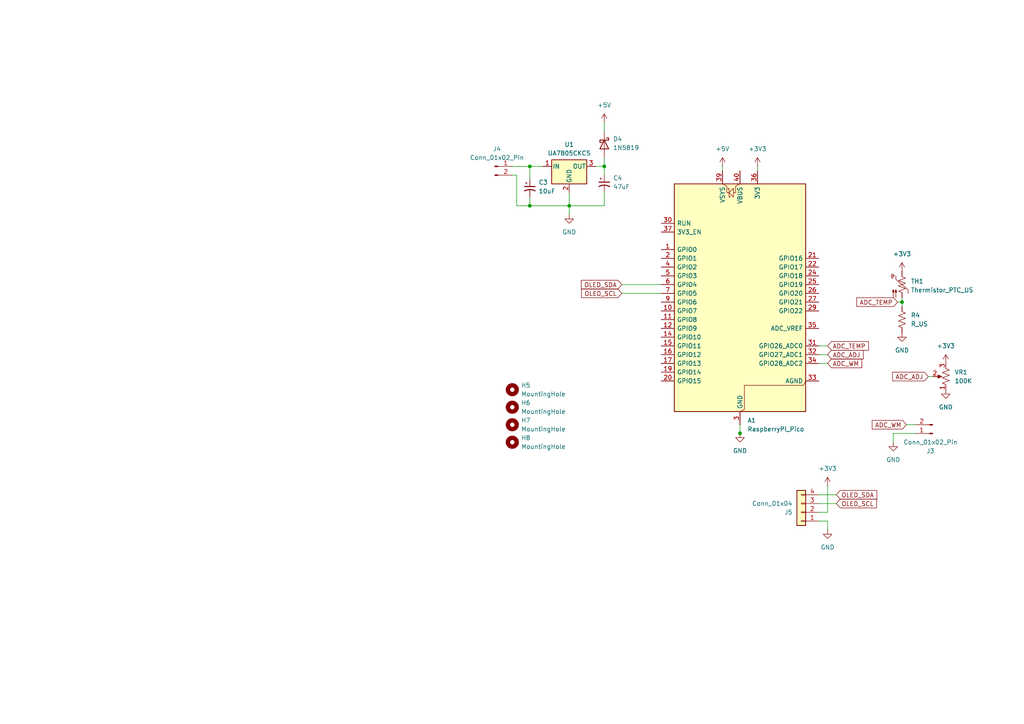
<source format=kicad_sch>
(kicad_sch (version 20250114) (generator "eeschema") (generator_version "9.0")
  (paper "A4")
  (lib_symbols
    (symbol "Connector:Conn_01x02_Pin" (pin_names (offset 1.016) (hide yes))
      (property "Reference" "J" (at 0 2.54 0))
      (property "Value" "Conn_01x02_Pin" (at 0 -5.08 0))
      (symbol "Conn_01x02_Pin_1_1"
        (rectangle (start 0.8636 0.127) (end 0 -0.127) (stroke (width 0.1524)) (fill (type outline)))
        (rectangle (start 0.8636 -2.413) (end 0 -2.667) (stroke (width 0.1524)) (fill (type outline)))
        (polyline (pts (xy 1.27 0) (xy 0.8636 0)) (stroke (width 0.1524)))
        (polyline (pts (xy 1.27 -2.54) (xy 0.8636 -2.54)) (stroke (width 0.1524)))
        (pin passive line (at 5.08 0 180) (length 3.81) (name "Pin_1") (number "1"))
        (pin passive line (at 5.08 -2.54 180) (length 3.81) (name "Pin_2") (number "2"))
      )
    )
    (symbol "Connector_Generic:Conn_01x04" (pin_names (offset 1.016) (hide yes))
      (property "Reference" "J" (at 0 5.08 0))
      (property "Value" "Conn_01x04" (at 0 -7.62 0))
      (symbol "Conn_01x04_1_1"
        (rectangle (start -1.27 3.81) (end 1.27 -6.35) (stroke (width 0.254)) (fill (type background)))
        (rectangle (start -1.27 2.667) (end 0 2.413) (stroke (width 0.1524)))
        (rectangle (start -1.27 0.127) (end 0 -0.127) (stroke (width 0.1524)))
        (rectangle (start -1.27 -2.413) (end 0 -2.667) (stroke (width 0.1524)))
        (rectangle (start -1.27 -4.953) (end 0 -5.207) (stroke (width 0.1524)))
        (pin passive line (at -5.08 2.54 0) (length 3.81) (name "Pin_1") (number "1"))
        (pin passive line (at -5.08 0 0) (length 3.81) (name "Pin_2") (number "2"))
        (pin passive line (at -5.08 -2.54 0) (length 3.81) (name "Pin_3") (number "3"))
        (pin passive line (at -5.08 -5.08 0) (length 3.81) (name "Pin_4") (number "4"))
      )
    )
    (symbol "Device:C_Polarized_Small_US" (pin_numbers (hide yes)) (pin_names (offset 0.254) (hide yes))
      (property "Reference" "C" (at 0.254 1.778 0))
      (property "Value" "C_Polarized_Small_US" (at 0.254 -2.032 0))
      (symbol "C_Polarized_Small_US_0_1"
        (polyline (pts (xy -1.524 0.508) (xy 1.524 0.508)) (stroke (width 0.3048)))
        (polyline (pts (xy -1.27 1.524) (xy -0.762 1.524)))
        (polyline (pts (xy -1.016 1.27) (xy -1.016 1.778)))
        (arc (start -1.524 -0.762) (mid 0 -0.3734) (end 1.524 -0.762) (stroke (width 0.3048)))
      )
      (symbol "C_Polarized_Small_US_1_1"
        (pin passive line (at 0 2.54 270) (length 2.032) (name "~") (number "1"))
        (pin passive line (at 0 -2.54 90) (length 2.032) (name "~") (number "2"))
      )
    )
    (symbol "Device:D_Schottky" (pin_numbers (hide yes)) (pin_names (offset 1.016) (hide yes))
      (property "Reference" "D" (at 0 2.54 0))
      (property "Value" "D_Schottky" (at 0 -2.54 0))
      (symbol "D_Schottky_0_1"
        (polyline (pts (xy -1.905 0.635) (xy -1.905 1.27) (xy -1.27 1.27) (xy -1.27 -1.27) (xy -0.635 -1.27) (xy -0.635 -0.635)) (stroke (width 0.254)))
        (polyline (pts (xy 1.27 1.27) (xy 1.27 -1.27) (xy -1.27 0) (xy 1.27 1.27)) (stroke (width 0.254)))
        (polyline (pts (xy 1.27 0) (xy -1.27 0)))
      )
      (symbol "D_Schottky_1_1"
        (pin passive line (at -3.81 0 0) (length 2.54) (name "K") (number "1"))
        (pin passive line (at 3.81 0 180) (length 2.54) (name "A") (number "2"))
      )
    )
    (symbol "Device:R_Potentiometer_US" (pin_names (offset 1.016) (hide yes))
      (property "Reference" "RV" (at -4.445 0 90))
      (property "Value" "R_Potentiometer_US" (at -2.54 0 90))
      (symbol "R_Potentiometer_US_0_1"
        (polyline (pts (xy 0 2.54) (xy 0 2.286)))
        (polyline (pts (xy 0 2.286) (xy 1.016 1.905) (xy 0 1.524) (xy -1.016 1.143) (xy 0 0.762)))
        (polyline (pts (xy 0 0.762) (xy 1.016 0.381) (xy 0 0) (xy -1.016 -0.381) (xy 0 -0.762)))
        (polyline (pts (xy 0 -0.762) (xy 1.016 -1.143) (xy 0 -1.524) (xy -1.016 -1.905) (xy 0 -2.286)))
        (polyline (pts (xy 0 -2.286) (xy 0 -2.54)))
        (polyline (pts (xy 1.143 0) (xy 2.286 0.508) (xy 2.286 -0.508) (xy 1.143 0)) (fill (type outline)))
        (polyline (pts (xy 2.54 0) (xy 1.524 0)))
      )
      (symbol "R_Potentiometer_US_1_1"
        (pin passive line (at 0 3.81 270) (length 1.27) (name "1") (number "1"))
        (pin passive line (at 0 -3.81 90) (length 1.27) (name "3") (number "3"))
        (pin passive line (at 3.81 0 180) (length 1.27) (name "2") (number "2"))
      )
    )
    (symbol "Device:R_US" (pin_numbers (hide yes)) (pin_names (offset 0))
      (property "Reference" "R" (at 2.54 0 90))
      (property "Value" "R_US" (at -2.54 0 90))
      (symbol "R_US_0_1"
        (polyline (pts (xy 0 2.286) (xy 0 2.54)))
        (polyline (pts (xy 0 2.286) (xy 1.016 1.905) (xy 0 1.524) (xy -1.016 1.143) (xy 0 0.762)))
        (polyline (pts (xy 0 0.762) (xy 1.016 0.381) (xy 0 0) (xy -1.016 -0.381) (xy 0 -0.762)))
        (polyline (pts (xy 0 -0.762) (xy 1.016 -1.143) (xy 0 -1.524) (xy -1.016 -1.905) (xy 0 -2.286)))
        (polyline (pts (xy 0 -2.286) (xy 0 -2.54)))
      )
      (symbol "R_US_1_1"
        (pin passive line (at 0 3.81 270) (length 1.27) (name "~") (number "1"))
        (pin passive line (at 0 -3.81 90) (length 1.27) (name "~") (number "2"))
      )
    )
    (symbol "Device:Thermistor_PTC_US" (pin_numbers (hide yes)) (pin_names (offset 0))
      (property "Reference" "TH" (at -4.064 0 90))
      (property "Value" "Thermistor_PTC_US" (at 3.048 0 90))
      (symbol "Thermistor_PTC_US_0_1"
        (arc (start -3.175 2.413) (mid -3.0506 2.3165) (end -3.048 2.159))
        (arc (start -3.048 2.794) (mid -2.9736 2.9736) (end -2.794 3.048))
        (arc (start -2.794 3.048) (mid -2.6144 2.9736) (end -2.54 2.794))
        (arc (start -2.794 2.54) (mid -2.9736 2.6144) (end -3.048 2.794))
        (arc (start -2.794 1.905) (mid -2.9736 1.9794) (end -3.048 2.159))
        (arc (start -2.54 2.159) (mid -2.6144 1.9794) (end -2.794 1.905))
        (arc (start -2.159 2.794) (mid -2.434 2.5608) (end -2.794 2.54))
        (polyline (pts (xy -2.54 2.159) (xy -2.54 2.794)))
        (polyline (pts (xy -2.54 -3.683) (xy -2.54 -1.397) (xy -2.794 -2.159) (xy -2.286 -2.159) (xy -2.54 -1.397) (xy -2.54 -1.651)) (fill (type outline)))
        (polyline (pts (xy -1.778 2.54) (xy -1.778 1.524) (xy 1.778 -1.524) (xy 1.778 -2.54)))
        (polyline (pts (xy -1.778 -3.683) (xy -1.778 -1.397) (xy -2.032 -2.159) (xy -1.524 -2.159) (xy -1.778 -1.397) (xy -1.778 -1.651)) (fill (type outline)))
        (polyline (pts (xy 0 2.286) (xy 0 2.54)))
        (polyline (pts (xy 0 2.286) (xy 1.016 1.905) (xy 0 1.524) (xy -1.016 1.143) (xy 0 0.762)))
        (polyline (pts (xy 0 0.762) (xy 1.016 0.381) (xy 0 0) (xy -1.016 -0.381) (xy 0 -0.762)))
        (polyline (pts (xy 0 -0.762) (xy 1.016 -1.143) (xy 0 -1.524) (xy -1.016 -1.905) (xy 0 -2.286)))
        (polyline (pts (xy 0 -2.286) (xy 0 -2.54)))
      )
      (symbol "Thermistor_PTC_US_1_1"
        (pin passive line (at 0 3.81 270) (length 1.27) (name "~") (number "1"))
        (pin passive line (at 0 -3.81 90) (length 1.27) (name "~") (number "2"))
      )
    )
    (symbol "MCU_Module:RaspberryPi_Pico" (pin_names (offset 0.762))
      (property "Reference" "A" (at -19.05 35.56 0))
      (property "Value" "RaspberryPi_Pico" (at 7.62 35.56 0))
      (symbol "RaspberryPi_Pico_0_1"
        (rectangle (start -19.05 34.29) (end 19.05 -31.75) (stroke (width 0.254)) (fill (type background)))
        (polyline (pts (xy -5.08 34.29) (xy -3.81 33.655) (xy -3.81 31.75) (xy -3.175 31.75)))
        (polyline (pts (xy -3.429 32.766) (xy -3.429 33.02) (xy -3.175 33.02) (xy -3.175 30.48) (xy -2.921 30.48) (xy -2.921 30.734)))
        (polyline (pts (xy -3.175 31.75) (xy -1.905 33.02) (xy -1.905 30.48) (xy -3.175 31.75)))
        (polyline (pts (xy 0 34.29) (xy -1.27 33.655) (xy -1.27 31.75) (xy -1.905 31.75)))
        (polyline (pts (xy 0 -31.75) (xy 1.27 -31.115) (xy 1.27 -24.13) (xy 18.415 -24.13) (xy 19.05 -22.86)))
      )
      (symbol "RaspberryPi_Pico_1_1"
        (pin passive line (at -22.86 22.86 0) (length 3.81) (name "RUN") (number "30"))
        (pin passive line (at -22.86 20.32 0) (length 3.81) (name "3V3_EN") (number "37"))
        (pin bidirectional line (at -22.86 15.24 0) (length 3.81) (name "GPIO0") (number "1"))
        (pin bidirectional line (at -22.86 12.7 0) (length 3.81) (name "GPIO1") (number "2"))
        (pin bidirectional line (at -22.86 10.16 0) (length 3.81) (name "GPIO2") (number "4"))
        (pin bidirectional line (at -22.86 7.62 0) (length 3.81) (name "GPIO3") (number "5"))
        (pin bidirectional line (at -22.86 5.08 0) (length 3.81) (name "GPIO4") (number "6"))
        (pin bidirectional line (at -22.86 2.54 0) (length 3.81) (name "GPIO5") (number "7"))
        (pin bidirectional line (at -22.86 0 0) (length 3.81) (name "GPIO6") (number "9"))
        (pin bidirectional line (at -22.86 -2.54 0) (length 3.81) (name "GPIO7") (number "10"))
        (pin bidirectional line (at -22.86 -5.08 0) (length 3.81) (name "GPIO8") (number "11"))
        (pin bidirectional line (at -22.86 -7.62 0) (length 3.81) (name "GPIO9") (number "12"))
        (pin bidirectional line (at -22.86 -10.16 0) (length 3.81) (name "GPIO10") (number "14"))
        (pin bidirectional line (at -22.86 -12.7 0) (length 3.81) (name "GPIO11") (number "15"))
        (pin bidirectional line (at -22.86 -15.24 0) (length 3.81) (name "GPIO12") (number "16"))
        (pin bidirectional line (at -22.86 -17.78 0) (length 3.81) (name "GPIO13") (number "17"))
        (pin bidirectional line (at -22.86 -20.32 0) (length 3.81) (name "GPIO14") (number "19"))
        (pin bidirectional line (at -22.86 -22.86 0) (length 3.81) (name "GPIO15") (number "20"))
        (pin power_in line (at -5.08 38.1 270) (length 3.81) (name "VSYS") (number "39"))
        (pin power_out line (at 0 38.1 270) (length 3.81) (name "VBUS") (number "40"))
        (pin passive line (at 0 -35.56 90) (length 3.81) (hide yes) (name "GND") (number "13"))
        (pin passive line (at 0 -35.56 90) (length 3.81) (hide yes) (name "GND") (number "18"))
        (pin passive line (at 0 -35.56 90) (length 3.81) (hide yes) (name "GND") (number "23"))
        (pin passive line (at 0 -35.56 90) (length 3.81) (hide yes) (name "GND") (number "28"))
        (pin power_out line (at 0 -35.56 90) (length 3.81) (name "GND") (number "3"))
        (pin passive line (at 0 -35.56 90) (length 3.81) (hide yes) (name "GND") (number "38"))
        (pin passive line (at 0 -35.56 90) (length 3.81) (hide yes) (name "GND") (number "8"))
        (pin power_out line (at 5.08 38.1 270) (length 3.81) (name "3V3") (number "36"))
        (pin bidirectional line (at 22.86 12.7 180) (length 3.81) (name "GPIO16") (number "21"))
        (pin bidirectional line (at 22.86 10.16 180) (length 3.81) (name "GPIO17") (number "22"))
        (pin bidirectional line (at 22.86 7.62 180) (length 3.81) (name "GPIO18") (number "24"))
        (pin bidirectional line (at 22.86 5.08 180) (length 3.81) (name "GPIO19") (number "25"))
        (pin bidirectional line (at 22.86 2.54 180) (length 3.81) (name "GPIO20") (number "26"))
        (pin bidirectional line (at 22.86 0 180) (length 3.81) (name "GPIO21") (number "27"))
        (pin bidirectional line (at 22.86 -2.54 180) (length 3.81) (name "GPIO22") (number "29"))
        (pin power_in line (at 22.86 -7.62 180) (length 3.81) (name "ADC_VREF") (number "35"))
        (pin bidirectional line (at 22.86 -12.7 180) (length 3.81) (name "GPIO26_ADC0") (number "31"))
        (pin bidirectional line (at 22.86 -15.24 180) (length 3.81) (name "GPIO27_ADC1") (number "32"))
        (pin bidirectional line (at 22.86 -17.78 180) (length 3.81) (name "GPIO28_ADC2") (number "34"))
        (pin power_out line (at 22.86 -22.86 180) (length 3.81) (name "AGND") (number "33"))
      )
    )
    (symbol "Mechanical:MountingHole" (pin_names (offset 1.016)) (exclude_from_sim yes) (in_bom no)
      (property "Reference" "H" (at 0 5.08 0))
      (property "Value" "MountingHole" (at 0 3.175 0))
      (symbol "MountingHole_0_1"
        (circle (center 0 0) (radius 1.27) (stroke (width 1.27)))
      )
    )
    (symbol "Regulator_Linear:L7805" (pin_names (offset 0.254))
      (property "Reference" "U" (at -3.81 3.175 0))
      (property "Value" "L7805" (at 0 3.175 0))
      (symbol "L7805_0_1"
        (rectangle (start -5.08 1.905) (end 5.08 -5.08) (stroke (width 0.254)) (fill (type background)))
      )
      (symbol "L7805_1_1"
        (pin power_in line (at -7.62 0 0) (length 2.54) (name "IN") (number "1"))
        (pin power_in line (at 0 -7.62 90) (length 2.54) (name "GND") (number "2"))
        (pin power_out line (at 7.62 0 180) (length 2.54) (name "OUT") (number "3"))
      )
    )
    (symbol "power:+3V3" (power) (pin_numbers (hide yes)) (pin_names (offset 0) (hide yes))
      (property "Value" "+3V3" (at 0 3.556 0))
      (symbol "+3V3_0_1"
        (polyline (pts (xy -0.762 1.27) (xy 0 2.54)))
        (polyline (pts (xy 0 2.54) (xy 0.762 1.27)))
        (polyline (pts (xy 0 0) (xy 0 2.54)))
      )
      (symbol "+3V3_1_1"
        (pin power_in line (at 0 0 90) (length 0) (name "~") (number "1"))
      )
    )
    (symbol "power:+5V" (power) (pin_numbers (hide yes)) (pin_names (offset 0) (hide yes))
      (property "Value" "+5V" (at 0 3.556 0))
      (symbol "+5V_0_1"
        (polyline (pts (xy -0.762 1.27) (xy 0 2.54)))
        (polyline (pts (xy 0 2.54) (xy 0.762 1.27)))
        (polyline (pts (xy 0 0) (xy 0 2.54)))
      )
      (symbol "+5V_1_1"
        (pin power_in line (at 0 0 90) (length 0) (name "~") (number "1"))
      )
    )
    (symbol "power:GND" (power) (pin_numbers (hide yes)) (pin_names (offset 0) (hide yes))
      (property "Value" "GND" (at 0 -3.81 0))
      (symbol "GND_0_1"
        (polyline (pts (xy 0 0) (xy 0 -1.27) (xy 1.27 -1.27) (xy 0 -2.54) (xy -1.27 -1.27) (xy 0 -1.27)))
      )
      (symbol "GND_1_1"
        (pin power_in line (at 0 0 270) (length 0) (name "~") (number "1"))
      )
    )
  )
  (junction (at 261.62 87.63))
  (junction (at 153.67 59.69))
  (junction (at 214.63 125.6572))
  (junction (at 165.1 59.69))
  (junction (at 175.26 48.26))
  (junction (at 153.67 48.26))
  (wire (pts (xy 172.72 48.26) (xy 175.26 48.26)))
  (wire (pts (xy 175.26 38.1) (xy 175.26 35.56)))
  (wire (pts (xy 265.43 125.73) (xy 259.08 125.73)))
  (wire (pts (xy 180.34 85.09) (xy 191.77 85.09)))
  (wire (pts (xy 153.67 59.69) (xy 153.67 57.15)))
  (wire (pts (xy 165.1 59.69) (xy 165.1 62.23)))
  (wire (pts (xy 148.59 48.26) (xy 153.67 48.26)))
  (wire (pts (xy 237.49 148.59) (xy 240.03 148.59)))
  (wire (pts (xy 240.03 105.41) (xy 237.49 105.41)))
  (wire (pts (xy 165.1 55.88) (xy 165.1 59.69)))
  (wire (pts (xy 180.34 82.55) (xy 191.77 82.55)))
  (wire (pts (xy 214.63 125.6572) (xy 214.63 125.73)))
  (wire (pts (xy 149.86 50.8) (xy 149.86 59.69)))
  (wire (pts (xy 153.67 52.07) (xy 153.67 48.26)))
  (wire (pts (xy 149.86 59.69) (xy 153.67 59.69)))
  (wire (pts (xy 260.35 87.63) (xy 261.62 87.63)))
  (wire (pts (xy 219.71 48.26) (xy 219.71 49.53)))
  (wire (pts (xy 209.55 48.26) (xy 209.55 49.53)))
  (wire (pts (xy 214.63 123.19) (xy 214.63 125.6572)))
  (wire (pts (xy 175.26 55.88) (xy 175.26 59.69)))
  (wire (pts (xy 240.03 102.87) (xy 237.49 102.87)))
  (wire (pts (xy 237.49 151.13) (xy 240.03 151.13)))
  (wire (pts (xy 259.08 125.73) (xy 259.08 128.27)))
  (wire (pts (xy 262.89 123.19) (xy 265.43 123.19)))
  (wire (pts (xy 261.62 86.36) (xy 261.62 87.63)))
  (wire (pts (xy 153.67 48.26) (xy 157.48 48.26)))
  (wire (pts (xy 240.03 140.97) (xy 240.03 148.59)))
  (wire (pts (xy 237.49 143.51) (xy 242.57 143.51)))
  (wire (pts (xy 261.62 87.63) (xy 261.62 88.9)))
  (wire (pts (xy 148.59 50.8) (xy 149.86 50.8)))
  (wire (pts (xy 175.26 48.26) (xy 175.26 50.8)))
  (wire (pts (xy 165.1 59.69) (xy 175.26 59.69)))
  (wire (pts (xy 240.03 100.33) (xy 237.49 100.33)))
  (wire (pts (xy 153.67 59.69) (xy 165.1 59.69)))
  (wire (pts (xy 269.24 109.22) (xy 270.51 109.22)))
  (wire (pts (xy 237.49 146.05) (xy 242.57 146.05)))
  (wire (pts (xy 175.26 45.72) (xy 175.26 48.26)))
  (wire (pts (xy 240.03 151.13) (xy 240.03 153.67)))
  (global_label "OLED_SCL" (shape input) (at 242.57 146.05 0) (property "Intersheetrefs" "${INTERSHEET_REFS}" (effects (hide yes))))
  (global_label "ADC_WM" (shape input) (at 240.03 105.41 0) (property "Intersheetrefs" "${INTERSHEET_REFS}" (effects (hide yes))))
  (global_label "OLED_SDA" (shape input) (at 180.34 82.55 180) (property "Intersheetrefs" "${INTERSHEET_REFS}" (effects (hide yes))))
  (global_label "ADC_TEMP" (shape input) (at 260.35 87.63 180) (property "Intersheetrefs" "${INTERSHEET_REFS}" (effects (hide yes))))
  (global_label "ADC_WM" (shape input) (at 262.89 123.19 180) (property "Intersheetrefs" "${INTERSHEET_REFS}" (effects (hide yes))))
  (global_label "OLED_SDA" (shape input) (at 242.57 143.51 0) (property "Intersheetrefs" "${INTERSHEET_REFS}" (effects (hide yes))))
  (global_label "ADC_TEMP" (shape input) (at 240.03 100.33 0) (property "Intersheetrefs" "${INTERSHEET_REFS}" (effects (hide yes))))
  (global_label "OLED_SCL" (shape input) (at 180.34 85.09 180) (property "Intersheetrefs" "${INTERSHEET_REFS}" (effects (hide yes))))
  (global_label "ADC_ADJ" (shape input) (at 240.03 102.87 0) (property "Intersheetrefs" "${INTERSHEET_REFS}" (effects (hide yes))))
  (global_label "ADC_ADJ" (shape input) (at 269.24 109.22 180) (property "Intersheetrefs" "${INTERSHEET_REFS}" (effects (hide yes))))
  (symbol (lib_id "power:+3V3") (at 261.62 78.74 0) (unit 1)
    (property "Reference" "#PWR09" (effects (hide yes)))
    (property "Value" "+3V3" (at 261.62 73.66 0))
    (property "Description" "Power symbol creates a global label with name \"+3V3\"" (effects (hide yes)))
  )
  (symbol (lib_id "power:GND") (at 259.08 128.27 0) (unit 1)
    (property "Reference" "#PWR03" (effects (hide yes)))
    (property "Value" "GND" (at 259.08 133.35 0))
    (property "Description" "Power symbol creates a global label with name \"GND\" , ground" (effects (hide yes)))
  )
  (symbol (lib_id "power:+5V") (at 209.55 48.26 0) (unit 1)
    (property "Reference" "#PWR017" (effects (hide yes)))
    (property "Value" "+5V" (at 209.55 43.18 0))
    (property "Description" "Power symbol creates a global label with name \"+5V\"" (effects (hide yes)))
  )
  (symbol (lib_id "Device:Thermistor_PTC_US") (at 261.62 82.55 0) (unit 1)
    (property "Reference" "TH1" (at 264.16 81.5974 0) (effects (justify left)))
    (property "Value" "Thermistor_PTC_US" (at 264.16 84.1374 0) (effects (justify left)))
    (property "Footprint" "Connector_PinHeader_2.54mm:PinHeader_1x02_P2.54mm_Vertical" (effects (hide yes)))
    (property "Description" "Temperature dependent resistor, positive temperature coefficient, US symbol" (effects (hide yes)))
  )
  (symbol (lib_id "power:+3V3") (at 240.03 140.97 0) (unit 1)
    (property "Reference" "#PWR019" (effects (hide yes)))
    (property "Value" "+3V3" (at 240.03 135.89 0))
    (property "Description" "Power symbol creates a global label with name \"+3V3\"" (effects (hide yes)))
  )
  (symbol (lib_id "Device:D_Schottky") (at 175.26 41.91 270) (unit 1)
    (property "Reference" "D4" (at 177.8 40.3224 90) (effects (justify left)))
    (property "Value" "1N5819" (at 177.8 42.8624 90) (effects (justify left)))
    (property "Footprint" "Diode_THT:D_DO-34_SOD68_P7.62mm_Horizontal" (effects (hide yes)))
    (property "Description" "Schottky diode" (effects (hide yes)))
  )
  (symbol (lib_id "power:GND") (at 261.62 96.52 0) (unit 1)
    (property "Reference" "#PWR05" (effects (hide yes)))
    (property "Value" "GND" (at 261.62 101.6 0))
    (property "Description" "Power symbol creates a global label with name \"GND\" , ground" (effects (hide yes)))
  )
  (symbol (lib_id "power:GND") (at 165.1 62.23 0) (unit 1)
    (property "Reference" "#PWR06" (effects (hide yes)))
    (property "Value" "GND" (at 165.1 67.31 0))
    (property "Description" "Power symbol creates a global label with name \"GND\" , ground" (effects (hide yes)))
  )
  (symbol (lib_id "MCU_Module:RaspberryPi_Pico") (at 214.63 87.63 0) (unit 1)
    (property "Reference" "A1" (at 216.7733 121.92 0) (effects (justify left)))
    (property "Value" "RaspberryPi_Pico" (at 216.7733 124.46 0) (effects (justify left)))
    (property "Footprint" "Module:RaspberryPi_Pico_Common_Unspecified" (effects (hide yes)))
    (property "Datasheet" "https://datasheets.raspberrypi.com/pico/pico-datasheet.pdf" (effects (hide yes)))
    (property "Description" "Versatile and inexpensive microcontroller module powered by RP2040 dual-core Arm Cortex-M0+ processor up to 133 MHz, 264kB SRAM, 2MB QSPI flash; also supports Raspberry Pi Pico 2" (effects (hide yes)))
  )
  (symbol (lib_id "Connector:Conn_01x02_Pin") (at 143.51 48.26 0) (unit 1)
    (property "Reference" "J4" (at 144.145 43.18 0))
    (property "Value" "Conn_01x02_Pin" (at 144.145 45.72 0))
    (property "Footprint" "Connector_JST:JST_XA_B02B-XASK-1-A_1x02_P2.50mm_Vertical" (effects (hide yes)))
    (property "Description" "Generic connector, single row, 01x02, script generated" (effects (hide yes)))
  )
  (symbol (lib_id "Mechanical:MountingHole") (at 148.59 118.11 0) (unit 1) (exclude_from_sim yes) (in_bom no)
    (property "Reference" "H6" (at 151.13 116.8399 0) (effects (justify left)))
    (property "Value" "MountingHole" (at 151.13 119.3799 0) (effects (justify left)))
    (property "Footprint" "MountingHole:MountingHole_3.2mm_M3" (effects (hide yes)))
    (property "Description" "Mounting Hole without connection" (effects (hide yes)))
  )
  (symbol (lib_id "power:GND") (at 240.03 153.67 0) (unit 1)
    (property "Reference" "#PWR02" (effects (hide yes)))
    (property "Value" "GND" (at 240.03 158.75 0))
    (property "Description" "Power symbol creates a global label with name \"GND\" , ground" (effects (hide yes)))
  )
  (symbol (lib_id "Mechanical:MountingHole") (at 148.59 113.03 0) (unit 1) (exclude_from_sim yes) (in_bom no)
    (property "Reference" "H5" (at 151.13 111.7599 0) (effects (justify left)))
    (property "Value" "MountingHole" (at 151.13 114.2999 0) (effects (justify left)))
    (property "Footprint" "MountingHole:MountingHole_3.2mm_M3" (effects (hide yes)))
    (property "Description" "Mounting Hole without connection" (effects (hide yes)))
  )
  (symbol (lib_id "Mechanical:MountingHole") (at 148.59 123.19 0) (unit 1) (exclude_from_sim yes) (in_bom no)
    (property "Reference" "H7" (at 151.13 121.9199 0) (effects (justify left)))
    (property "Value" "MountingHole" (at 151.13 124.4599 0) (effects (justify left)))
    (property "Footprint" "MountingHole:MountingHole_3.2mm_M3" (effects (hide yes)))
    (property "Description" "Mounting Hole without connection" (effects (hide yes)))
  )
  (symbol (lib_id "power:+3V3") (at 219.71 48.26 0) (unit 1)
    (property "Reference" "#PWR08" (effects (hide yes)))
    (property "Value" "+3V3" (at 219.71 43.18 0))
    (property "Description" "Power symbol creates a global label with name \"+3V3\"" (effects (hide yes)))
  )
  (symbol (lib_id "Device:C_Polarized_Small_US") (at 153.67 54.61 0) (unit 1)
    (property "Reference" "C3" (at 156.21 52.9081 0) (effects (justify left)))
    (property "Value" "10uF" (at 156.21 55.4481 0) (effects (justify left)))
    (property "Footprint" "Capacitor_THT:CP_Radial_D5.0mm_P2.00mm" (effects (hide yes)))
    (property "Description" "Würth 860020572003" (effects (hide yes)))
  )
  (symbol (lib_id "Device:R_Potentiometer_US") (at 274.32 109.22 180) (unit 1)
    (property "Reference" "VR1" (at 276.86 107.9499 0) (effects (justify right)))
    (property "Value" "100K" (at 276.86 110.4899 0) (effects (justify right)))
    (property "Footprint" "Potentiometer_THT:Potentiometer_Piher_PT-10-V05_Vertical" (effects (hide yes)))
    (property "Description" "AMPHENOL PT10WV05-104A2020-3-NE-S" (effects (hide yes)))
  )
  (symbol (lib_id "Mechanical:MountingHole") (at 148.59 128.27 0) (unit 1) (exclude_from_sim yes) (in_bom no)
    (property "Reference" "H8" (at 151.13 126.9999 0) (effects (justify left)))
    (property "Value" "MountingHole" (at 151.13 129.5399 0) (effects (justify left)))
    (property "Footprint" "MountingHole:MountingHole_3.2mm_M3" (effects (hide yes)))
    (property "Description" "Mounting Hole without connection" (effects (hide yes)))
  )
  (symbol (lib_id "Connector:Conn_01x02_Pin") (at 270.51 125.73 180) (unit 1)
    (property "Reference" "J3" (at 269.875 130.81 0))
    (property "Value" "Conn_01x02_Pin" (at 269.875 128.27 0))
    (property "Footprint" "Connector_JST:JST_XA_B02B-XASK-1-A_1x02_P2.50mm_Vertical" (effects (hide yes)))
    (property "Description" "Generic connector, single row, 01x02, script generated" (effects (hide yes)))
  )
  (symbol (lib_id "power:+5V") (at 175.26 35.56 0) (unit 1)
    (property "Reference" "#PWR018" (effects (hide yes)))
    (property "Value" "+5V" (at 175.26 30.48 0))
    (property "Description" "Power symbol creates a global label with name \"+5V\"" (effects (hide yes)))
  )
  (symbol (lib_id "Connector_Generic:Conn_01x04") (at 232.41 148.59 180) (unit 1)
    (property "Reference" "J5" (at 229.87 148.5901 0) (effects (justify left)))
    (property "Value" "Conn_01x04" (at 229.87 146.0501 0) (effects (justify left)))
    (property "Footprint" "Connector_PinHeader_2.54mm:PinHeader_1x04_P2.54mm_Vertical" (effects (hide yes)))
    (property "Description" "Generic connector, single row, 01x04, script generated (kicad-library-utils/schlib/autogen/connector/)" (effects (hide yes)))
  )
  (symbol (lib_id "Regulator_Linear:L7805") (at 165.1 48.26 0) (unit 1)
    (property "Reference" "U1" (at 165.1 41.91 0))
    (property "Value" "UA7805CKCS" (at 165.1 44.45 0))
    (property "Footprint" "Package_TO_SOT_THT:TO-220-3_Vertical" (effects (hide yes)))
    (property "Datasheet" "https://www.ti.com/lit/ds/slvs056p/slvs056p.pdf" (effects (hide yes)))
    (property "Description" "IC REG LINEAR 5V 1.5A TO220-3" (effects (hide yes)))
  )
  (symbol (lib_id "power:GND") (at 214.63 125.6572 0) (unit 1)
    (property "Reference" "#PWR01" (effects (hide yes)))
    (property "Value" "GND" (at 214.63 130.7372 0))
    (property "Description" "Power symbol creates a global label with name \"GND\" , ground" (effects (hide yes)))
  )
  (symbol (lib_id "Device:R_US") (at 261.62 92.71 0) (unit 1)
    (property "Reference" "R4" (at 264.16 91.4399 0) (effects (justify left)))
    (property "Value" "R_US" (at 264.16 93.9799 0) (effects (justify left)))
    (property "Footprint" "Resistor_THT:R_Axial_DIN0207_L6.3mm_D2.5mm_P10.16mm_Horizontal" (effects (hide yes)))
    (property "Description" "Resistor, US symbol" (effects (hide yes)))
  )
  (symbol (lib_id "power:+3V3") (at 274.32 105.41 0) (unit 1)
    (property "Reference" "#PWR010" (effects (hide yes)))
    (property "Value" "+3V3" (at 274.32 100.33 0))
    (property "Description" "Power symbol creates a global label with name \"+3V3\"" (effects (hide yes)))
  )
  (symbol (lib_id "power:GND") (at 274.32 113.03 0) (unit 1)
    (property "Reference" "#PWR04" (effects (hide yes)))
    (property "Value" "GND" (at 274.32 118.11 0))
    (property "Description" "Power symbol creates a global label with name \"GND\" , ground" (effects (hide yes)))
  )
  (symbol (lib_id "Device:C_Polarized_Small_US") (at 175.26 53.34 0) (unit 1)
    (property "Reference" "C4" (at 177.8 51.6381 0) (effects (justify left)))
    (property "Value" "47uF" (at 177.8 54.1781 0) (effects (justify left)))
    (property "Footprint" "Capacitor_THT:CP_Radial_D5.0mm_P2.00mm" (effects (hide yes)))
    (property "Description" "Würth 860010572005" (effects (hide yes)))
  )
)
</source>
